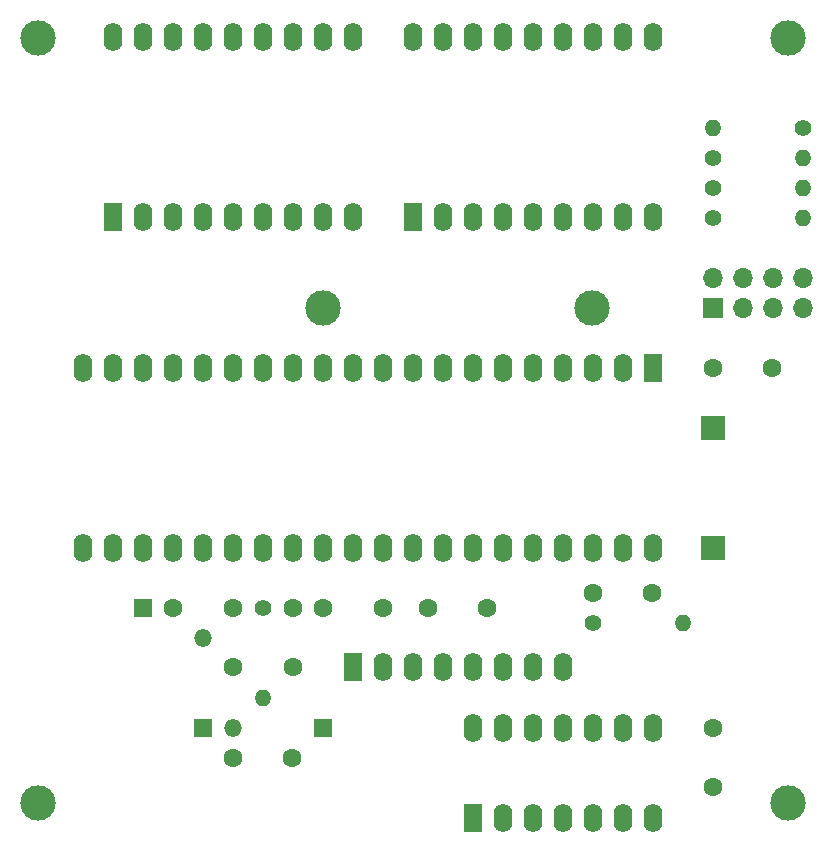
<source format=gbs>
%TF.GenerationSoftware,KiCad,Pcbnew,7.0.8*%
%TF.CreationDate,2023-11-30T19:21:53+00:00*%
%TF.ProjectId,mainboard,6d61696e-626f-4617-9264-2e6b69636164,rev?*%
%TF.SameCoordinates,Original*%
%TF.FileFunction,Soldermask,Bot*%
%TF.FilePolarity,Negative*%
%FSLAX46Y46*%
G04 Gerber Fmt 4.6, Leading zero omitted, Abs format (unit mm)*
G04 Created by KiCad (PCBNEW 7.0.8) date 2023-11-30 19:21:53*
%MOMM*%
%LPD*%
G01*
G04 APERTURE LIST*
G04 Aperture macros list*
%AMRoundRect*
0 Rectangle with rounded corners*
0 $1 Rounding radius*
0 $2 $3 $4 $5 $6 $7 $8 $9 X,Y pos of 4 corners*
0 Add a 4 corners polygon primitive as box body*
4,1,4,$2,$3,$4,$5,$6,$7,$8,$9,$2,$3,0*
0 Add four circle primitives for the rounded corners*
1,1,$1+$1,$2,$3*
1,1,$1+$1,$4,$5*
1,1,$1+$1,$6,$7*
1,1,$1+$1,$8,$9*
0 Add four rect primitives between the rounded corners*
20,1,$1+$1,$2,$3,$4,$5,0*
20,1,$1+$1,$4,$5,$6,$7,0*
20,1,$1+$1,$6,$7,$8,$9,0*
20,1,$1+$1,$8,$9,$2,$3,0*%
G04 Aperture macros list end*
%ADD10RoundRect,0.250001X-0.799999X-0.799999X0.799999X-0.799999X0.799999X0.799999X-0.799999X0.799999X0*%
%ADD11C,1.600000*%
%ADD12R,1.600000X2.400000*%
%ADD13O,1.600000X2.400000*%
%ADD14C,3.000000*%
%ADD15C,1.400000*%
%ADD16O,1.400000X1.400000*%
%ADD17R,1.700000X1.700000*%
%ADD18O,1.700000X1.700000*%
%ADD19R,1.500000X1.500000*%
%ADD20O,1.500000X1.500000*%
%ADD21R,1.600000X1.600000*%
G04 APERTURE END LIST*
D10*
%TO.C,J4*%
X167990000Y-93630000D03*
%TD*%
D11*
%TO.C,C1*%
X157830000Y-107600000D03*
X162830000Y-107600000D03*
%TD*%
D12*
%TO.C,IC2*%
X147670000Y-126650000D03*
D13*
X150210000Y-126650000D03*
X152750000Y-126650000D03*
X155290000Y-126650000D03*
X157830000Y-126650000D03*
X160370000Y-126650000D03*
X162910000Y-126650000D03*
X162910000Y-119030000D03*
X160370000Y-119030000D03*
X157830000Y-119030000D03*
X155290000Y-119030000D03*
X152750000Y-119030000D03*
X150210000Y-119030000D03*
X147670000Y-119030000D03*
%TD*%
D12*
%TO.C,J1*%
X137510000Y-113925000D03*
D13*
X140050000Y-113925000D03*
X142590000Y-113925000D03*
X145130000Y-113925000D03*
X147670000Y-113925000D03*
X150210000Y-113925000D03*
X152750000Y-113925000D03*
X155290000Y-113925000D03*
%TD*%
D12*
%TO.C,IC1*%
X162910000Y-88550000D03*
D13*
X160370000Y-88550000D03*
X157830000Y-88550000D03*
X155290000Y-88550000D03*
X152750000Y-88550000D03*
X150210000Y-88550000D03*
X147670000Y-88550000D03*
X145130000Y-88550000D03*
X142590000Y-88550000D03*
X140050000Y-88550000D03*
X137510000Y-88550000D03*
X134970000Y-88550000D03*
X132430000Y-88550000D03*
X129890000Y-88550000D03*
X127350000Y-88550000D03*
X124810000Y-88550000D03*
X122270000Y-88550000D03*
X119730000Y-88550000D03*
X117190000Y-88550000D03*
X114650000Y-88550000D03*
X114650000Y-103790000D03*
X117190000Y-103790000D03*
X119730000Y-103790000D03*
X122270000Y-103790000D03*
X124810000Y-103790000D03*
X127350000Y-103790000D03*
X129890000Y-103790000D03*
X132430000Y-103790000D03*
X134970000Y-103790000D03*
X137510000Y-103790000D03*
X140050000Y-103790000D03*
X142590000Y-103790000D03*
X145130000Y-103790000D03*
X147670000Y-103790000D03*
X150210000Y-103790000D03*
X152750000Y-103790000D03*
X155290000Y-103790000D03*
X157830000Y-103790000D03*
X160370000Y-103790000D03*
X162910000Y-103790000D03*
%TD*%
D12*
%TO.C,DISP1*%
X117190000Y-75767500D03*
D13*
X119730000Y-75767500D03*
X122270000Y-75767500D03*
X124810000Y-75767500D03*
X127350000Y-75767500D03*
X129890000Y-75767500D03*
X132430000Y-75767500D03*
X134970000Y-75767500D03*
X137510000Y-75767500D03*
X137510000Y-60527500D03*
X134970000Y-60527500D03*
X132430000Y-60527500D03*
X129890000Y-60527500D03*
X127350000Y-60527500D03*
X124810000Y-60527500D03*
X122270000Y-60527500D03*
X119730000Y-60527500D03*
X117190000Y-60527500D03*
%TD*%
D12*
%TO.C,DISP2*%
X142590000Y-75767500D03*
D13*
X145130000Y-75767500D03*
X147670000Y-75767500D03*
X150210000Y-75767500D03*
X152750000Y-75767500D03*
X155290000Y-75767500D03*
X157830000Y-75767500D03*
X160370000Y-75767500D03*
X162910000Y-75767500D03*
X162910000Y-60527500D03*
X160370000Y-60527500D03*
X157830000Y-60527500D03*
X155290000Y-60527500D03*
X152750000Y-60527500D03*
X150210000Y-60527500D03*
X147670000Y-60527500D03*
X145130000Y-60527500D03*
X142590000Y-60527500D03*
%TD*%
D14*
%TO.C,REF\u002A\u002A*%
X110840000Y-125380000D03*
%TD*%
D15*
%TO.C,R4*%
X167990000Y-70770000D03*
D16*
X175610000Y-70770000D03*
%TD*%
D15*
%TO.C,R3*%
X175610000Y-68230000D03*
D16*
X167990000Y-68230000D03*
%TD*%
D17*
%TO.C,J2*%
X167990000Y-83470000D03*
D18*
X167990000Y-80930000D03*
X170530000Y-83470000D03*
X170530000Y-80930000D03*
X173070000Y-83470000D03*
X173070000Y-80930000D03*
X175610000Y-83470000D03*
X175610000Y-80930000D03*
%TD*%
D14*
%TO.C,REF\u002A\u002A*%
X174340000Y-125380000D03*
%TD*%
%TO.C,REF\u002A\u002A*%
X157815000Y-83470000D03*
%TD*%
%TO.C,REF\u002A\u002A*%
X134970000Y-83470000D03*
%TD*%
D11*
%TO.C,C6*%
X127390000Y-121570000D03*
X132390000Y-121570000D03*
%TD*%
D14*
%TO.C,REF\u002A\u002A*%
X174340000Y-60610000D03*
%TD*%
D19*
%TO.C,D1*%
X134970000Y-119030000D03*
D20*
X127350000Y-119030000D03*
%TD*%
D11*
%TO.C,C2*%
X143900000Y-108870000D03*
X148900000Y-108870000D03*
%TD*%
%TO.C,C3*%
X132430000Y-113910000D03*
X132430000Y-108910000D03*
%TD*%
%TO.C,C4*%
X127350000Y-113910000D03*
X127350000Y-108910000D03*
%TD*%
D19*
%TO.C,D2*%
X124810000Y-119030000D03*
D20*
X124810000Y-111410000D03*
%TD*%
D11*
%TO.C,C9*%
X167990000Y-88590000D03*
X172990000Y-88590000D03*
%TD*%
D21*
%TO.C,C7*%
X119770000Y-108870000D03*
D11*
X122270000Y-108870000D03*
%TD*%
%TO.C,C5*%
X135050000Y-108870000D03*
X140050000Y-108870000D03*
%TD*%
D14*
%TO.C,REF\u002A\u002A*%
X110840000Y-60610000D03*
%TD*%
D15*
%TO.C,R6*%
X167990000Y-75850000D03*
D16*
X175610000Y-75850000D03*
%TD*%
D15*
%TO.C,R2*%
X129890000Y-108870000D03*
D16*
X129890000Y-116490000D03*
%TD*%
D15*
%TO.C,R1*%
X157830000Y-110140000D03*
D16*
X165450000Y-110140000D03*
%TD*%
D11*
%TO.C,C8*%
X167990000Y-119030000D03*
X167990000Y-124030000D03*
%TD*%
D10*
%TO.C,J3*%
X167990000Y-103790000D03*
%TD*%
D15*
%TO.C,R5*%
X167990000Y-73310000D03*
D16*
X175610000Y-73310000D03*
%TD*%
M02*

</source>
